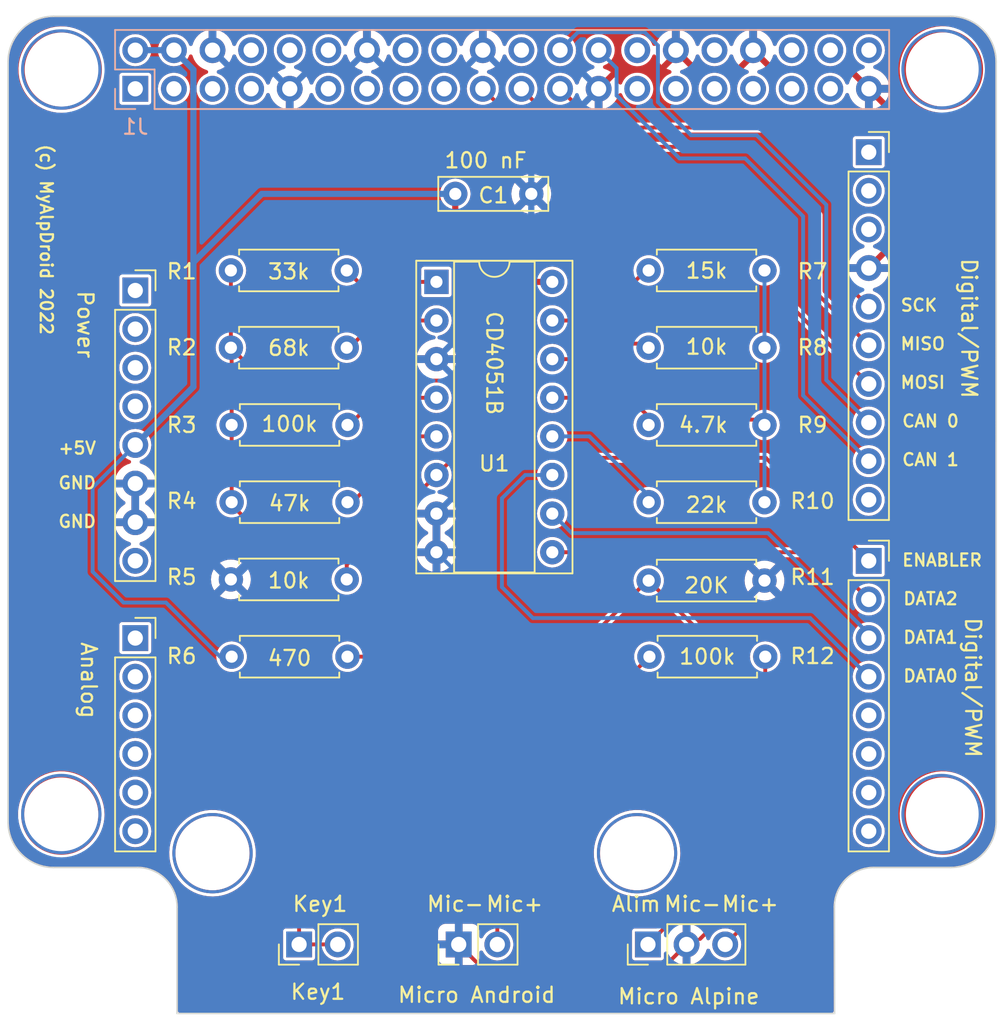
<source format=kicad_pcb>
(kicad_pcb (version 20211014) (generator pcbnew)
  (title_block (date "15 nov 2012"))
  (layers (0 "F.Cu" signal) (31 "B.Cu" signal) (34 "B.Paste" user) (35 "F.Paste" user) (36 "B.SilkS" user "B.Silkscreen") (37 "F.SilkS" user "F.Silkscreen") (38 "B.Mask" user) (39 "F.Mask" user) (44 "Edge.Cuts" user))
  (net 0 "")
  (net 1 "GND")
  (net 2 "/GPIO[2]{slash}SDA1")
  (net 3 "/GPIO[3]{slash}SCL1")
  (net 4 "/GPIO[4]{slash}GPCLK0")
  (net 5 "/GPIO[14]{slash}TXD0")
  (net 6 "/GPIO[15]{slash}RXD0")
  (net 7 "/GPIO[17]")
  (net 8 "/GPIO[18]{slash}PCM.CLK")
  (net 9 "/GPIO[27]")
  (net 10 "/GPIO[22]")
  (net 11 "/GPIO[24]")
  (net 12 "/ID_SDA")
  (net 14 "/GPIO[5]")
  (net 15 "/GPIO[6]")
  (net 16 "/GPIO[12]{slash}PWM0")
  (net 17 "/GPIO[13]{slash}PWM1")
  (net 18 "/GPIO[19]{slash}PCM.FS")
  (net 19 "/GPIO[16]")
  (net 20 "/GPIO[26]")
  (net 21 "/GPIO[20]{slash}PCM.DIN")
  (net 22 "/GPIO[21]{slash}PCM.DOUT")
  (net 23 "+5V")
  (net 25 "/IOREF")
  (net 26 "/Vin")
  (net 27 "/7")
  (net 29 "Net-(R8-Pad1)")
  (net 30 "Net-(R7-Pad1)")
  (net 32 "Net-(R9-Pad1)")
  (net 33 "Net-(R1-Pad1)")
  (net 35 "Net-(R2-Pad1)")
  (net 39 "/6 (Data 2)")
  (net 40 "/5 (Data 1)")
  (net 41 "/4 (Data 0)")
  (net 42 "Net-(Mic1-Pad1)")
  (net 43 "Net-(Mic1-Pad3)")
  (net 44 "Net-(R10-Pad1)")
  (net 45 "Net-(R3-Pad1)")
  (net 46 "Net-(R4-Pad1)")
  (net 47 "Net-(J2-Pad2)")
  (net 57 "Net-(J7-Pad1)")
  (net 58 "/GPIO[23]")
  (net 59 "/GPIO[25]")
  (net 63 "/11(MOSI)")
  (net 64 "/12(MISO)")
  (net 65 "/13(SCK)")
  (net 66 "/10(CS CAN 0)")
  (net 67 "/9(CS CAN 1)")
  (footprint "MountingHole:MountingHole_2.7mm_M2.5" (layer "F.Cu") (at 152.38 57.32)
    (fp_text reference "MH2" hide)
    (fp_text value "MountingHole_2.7mm_M2.5" hide)
    (pad "" np_thru_hole circle locked (at 0 0) (size 2.7 2.7) (drill 2.7) (layers *.Cu *.Mask))
  )
  (footprint "Connector_PinSocket_2.54mm:PinSocket_1x08_P2.54mm_Vertical" (layer "F.Cu") (at 99.25 71.853)
    (fp_text reference "J3" hide)
    (fp_text value "Power" (at -3.29 2.239 -90 unlocked) (layer "F.SilkS"))
    (fp_line (start 1.33 1.27) (end 1.33 19.11) (layer "F.SilkS") (width 0.12))
    (fp_line (start 1.33 -1.33) (end 1.33 0) (layer "F.SilkS") (width 0.12))
    (fp_line (start -1.33 19.11) (end 1.33 19.11) (layer "F.SilkS") (width 0.12))
    (fp_line (start -1.33 1.27) (end 1.33 1.27) (layer "F.SilkS") (width 0.12))
    (fp_line (start 0 -1.33) (end 1.33 -1.33) (layer "F.SilkS") (width 0.12))
    (fp_line (start -1.33 1.27) (end -1.33 19.11) (layer "F.SilkS") (width 0.12))
    (pad "1" thru_hole rect (at 0 0) (size 1.7 1.7) (drill 1) (layers *.Cu *.Mask))
    (pad "2" thru_hole oval (at 0 2.54) (size 1.7 1.7) (drill 1) (layers *.Cu *.Mask) (net 25 "/IOREF"))
    (pad "3" thru_hole oval (at 0 5.08) (size 1.7 1.7) (drill 1) (layers *.Cu *.Mask))
    (pad "4" thru_hole oval (at 0 7.62) (size 1.7 1.7) (drill 1) (layers *.Cu *.Mask))
    (pad "5" thru_hole oval (at 0 10.16) (size 1.7 1.7) (drill 1) (layers *.Cu *.Mask) (net 23 "+5V"))
    (pad "6" thru_hole oval (at 0 12.7) (size 1.7 1.7) (drill 1) (layers *.Cu *.Mask) (net 1 "GND"))
    (pad "7" thru_hole oval (at 0 15.24) (size 1.7 1.7) (drill 1) (layers *.Cu *.Mask) (net 1 "GND"))
    (pad "8" thru_hole oval (at 0 17.78) (size 1.7 1.7) (drill 1) (layers *.Cu *.Mask) (net 26 "/Vin"))
  )
  (footprint "Resistor_THT:R_Axial_DIN0207_L6.3mm_D2.5mm_P7.62mm_Horizontal" (layer "F.Cu") (at 113.158 70.536 180)
    (fp_text reference "R1" (at 10.858 -0.064) (layer "F.SilkS"))
    (fp_text value "33k" (at 3.81 -0.076) (layer "F.SilkS"))
    (fp_line (start 7.08 -1.37) (end 7.08 -1.04) (layer "F.SilkS") (width 0.12))
    (fp_line (start 0.54 -1.04) (end 0.54 -1.37) (layer "F.SilkS") (width 0.12))
    (fp_line (start 7.08 1.37) (end 7.08 1.04) (layer "F.SilkS") (width 0.12))
    (fp_line (start 0.54 1.04) (end 0.54 1.37) (layer "F.SilkS") (width 0.12))
    (fp_line (start 0.54 1.37) (end 7.08 1.37) (layer "F.SilkS") (width 0.12))
    (fp_line (start 0.54 -1.37) (end 7.08 -1.37) (layer "F.SilkS") (width 0.12))
    (pad "1" thru_hole circle (at 0 0 180) (size 1.6 1.6) (drill 0.8) (layers *.Cu *.Mask) (net 33 "Net-(R1-Pad1)"))
    (pad "2" thru_hole oval (at 7.62 0 180) (size 1.6 1.6) (drill 0.8) (layers *.Cu *.Mask) (net 57 "Net-(J7-Pad1)"))
  )
  (footprint "Resistor_THT:R_Axial_DIN0207_L6.3mm_D2.5mm_P7.62mm_Horizontal" (layer "F.Cu") (at 140.69 95.936 180)
    (fp_text reference "R12" (at -3.11 0.036) (layer "F.SilkS"))
    (fp_text value "100k" (at 3.81 0) (layer "F.SilkS"))
    (fp_line (start 7.08 -1.37) (end 7.08 -1.04) (layer "F.SilkS") (width 0.12))
    (fp_line (start 0.54 -1.37) (end 7.08 -1.37) (layer "F.SilkS") (width 0.12))
    (fp_line (start 0.54 1.04) (end 0.54 1.37) (layer "F.SilkS") (width 0.12))
    (fp_line (start 0.54 1.37) (end 7.08 1.37) (layer "F.SilkS") (width 0.12))
    (fp_line (start 0.54 -1.04) (end 0.54 -1.37) (layer "F.SilkS") (width 0.12))
    (fp_line (start 7.08 1.37) (end 7.08 1.04) (layer "F.SilkS") (width 0.12))
    (pad "1" thru_hole circle (at 0 0 180) (size 1.6 1.6) (drill 0.8) (layers *.Cu *.Mask) (net 43 "Net-(Mic1-Pad3)"))
    (pad "2" thru_hole oval (at 7.62 0 180) (size 1.6 1.6) (drill 0.8) (layers *.Cu *.Mask) (net 47 "Net-(J2-Pad2)"))
  )
  (footprint "MountingHole:MountingHole_2.7mm_M2.5" (layer "F.Cu") (at 104.33 108.86)
    (fp_text reference "MH3" hide)
    (fp_text value "MountingHole_2.7mm_M2.5" hide)
    (pad "" np_thru_hole circle locked (at 0 0) (size 2.7 2.7) (drill 2.7) (layers *.Cu *.Mask))
  )
  (footprint "Package_DIP:DIP-16_W7.62mm_Socket" (layer "F.Cu") (at 119.06 71.288)
    (fp_text reference "U1" hide)
    (fp_text value "CD4051B" (at 3.8 5.344 -90 unlocked) (layer "F.SilkS"))
    (fp_text user "${REFERENCE}" (at 3.8 11.948) (layer "F.SilkS"))
    (fp_line (start 1.16 19.11) (end 6.46 19.11) (layer "F.SilkS") (width 0.12))
    (fp_line (start 2.81 -1.33) (end 1.16 -1.33) (layer "F.SilkS") (width 0.12))
    (fp_line (start 8.95 19.17) (end 8.95 -1.39) (layer "F.SilkS") (width 0.12))
    (fp_line (start 8.95 -1.39) (end -1.33 -1.39) (layer "F.SilkS") (width 0.12))
    (fp_line (start 1.16 -1.33) (end 1.16 19.11) (layer "F.SilkS") (width 0.12))
    (fp_line (start -1.33 -1.39) (end -1.33 19.17) (layer "F.SilkS") (width 0.12))
    (fp_line (start -1.33 19.17) (end 8.95 19.17) (layer "F.SilkS") (width 0.12))
    (fp_line (start 6.46 -1.33) (end 4.81 -1.33) (layer "F.SilkS") (width 0.12))
    (fp_line (start 6.46 19.11) (end 6.46 -1.33) (layer "F.SilkS") (width 0.12))
    (fp_arc (start 4.81 -1.33) (mid 3.81 -0.33) (end 2.81 -1.33) (layer "F.SilkS") (width 0.12))
    (pad "1" thru_hole rect (at 0 0) (size 1.6 1.6) (drill 0.8) (layers *.Cu *.Mask) (net 33 "Net-(R1-Pad1)"))
    (pad "2" thru_hole oval (at 0 2.54) (size 1.6 1.6) (drill 0.8) (layers *.Cu *.Mask) (net 35 "Net-(R2-Pad1)"))
    (pad "3" thru_hole oval (at 0 5.08) (size 1.6 1.6) (drill 0.8) (layers *.Cu *.Mask) (net 1 "GND"))
    (pad "4" thru_hole oval (at 0 7.62) (size 1.6 1.6) (drill 0.8) (layers *.Cu *.Mask) (net 45 "Net-(R3-Pad1)"))
    (pad "5" thru_hole oval (at 0 10.16) (size 1.6 1.6) (drill 0.8) (layers *.Cu *.Mask) (net 46 "Net-(R4-Pad1)"))
    (pad "6" thru_hole oval (at 0 12.7) (size 1.6 1.6) (drill 0.8) (layers *.Cu *.Mask) (net 27 "/7"))
    (pad "7" thru_hole oval (at 0 15.24) (size 1.6 1.6) (drill 0.8) (layers *.Cu *.Mask) (net 1 "GND"))
    (pad "8" thru_hole oval (at 0 17.78) (size 1.6 1.6) (drill 0.8) (layers *.Cu *.Mask) (net 1 "GND"))
    (pad "9" thru_hole oval (at 7.62 17.78) (size 1.6 1.6) (drill 0.8) (layers *.Cu *.Mask) (net 39 "/6 (Data 2)"))
    (pad "10" thru_hole oval (at 7.62 15.24) (size 1.6 1.6) (drill 0.8) (layers *.Cu *.Mask) (net 40 "/5 (Data 1)"))
    (pad "11" thru_hole oval (at 7.62 12.7) (size 1.6 1.6) (drill 0.8) (layers *.Cu *.Mask) (net 41 "/4 (Data 0)"))
    (pad "12" thru_hole oval (at 7.62 10.16) (size 1.6 1.6) (drill 0.8) (layers *.Cu *.Mask) (net 44 "Net-(R10-Pad1)"))
    (pad "13" thru_hole oval (at 7.62 7.62) (size 1.6 1.6) (drill 0.8) (layers *.Cu *.Mask) (net 32 "Net-(R9-Pad1)"))
    (pad "14" thru_hole oval (at 7.62 5.08) (size 1.6 1.6) (drill 0.8) (layers *.Cu *.Mask) (net 29 "Net-(R8-Pad1)"))
    (pad "15" thru_hole oval (at 7.62 2.54) (size 1.6 1.6) (drill 0.8) (layers *.Cu *.Mask) (net 30 "Net-(R7-Pad1)"))
    (pad "16" thru_hole oval (at 7.62 0) (size 1.6 1.6) (drill 0.8) (layers *.Cu *.Mask) (net 23 "+5V"))
  )
  (footprint "Resistor_THT:R_Axial_DIN0207_L6.3mm_D2.5mm_P7.62mm_Horizontal" (layer "F.Cu") (at 133.02 70.536)
    (fp_text reference "R7" (at 10.78 0.064) (layer "F.SilkS"))
    (fp_text value "15k" (at 3.81 0.02) (layer "F.SilkS"))
    (fp_line (start 0.54 -1.04) (end 0.54 -1.37) (layer "F.SilkS") (width 0.12))
    (fp_line (start 7.08 -1.37) (end 7.08 -1.04) (layer "F.SilkS") (width 0.12))
    (fp_line (start 7.08 1.37) (end 7.08 1.04) (layer "F.SilkS") (width 0.12))
    (fp_line (start 0.54 1.04) (end 0.54 1.37) (layer "F.SilkS") (width 0.12))
    (fp_line (start 0.54 1.37) (end 7.08 1.37) (layer "F.SilkS") (width 0.12))
    (fp_line (start 0.54 -1.37) (end 7.08 -1.37) (layer "F.SilkS") (width 0.12))
    (pad "1" thru_hole circle (at 0 0) (size 1.6 1.6) (drill 0.8) (layers *.Cu *.Mask) (net 30 "Net-(R7-Pad1)"))
    (pad "2" thru_hole oval (at 7.62 0) (size 1.6 1.6) (drill 0.8) (layers *.Cu *.Mask) (net 57 "Net-(J7-Pad1)"))
  )
  (footprint "Connector_PinSocket_2.54mm:PinSocket_1x10_P2.54mm_Vertical" (layer "F.Cu") (at 147.498 62.758)
    (fp_text reference "J5" hide)
    (fp_text value "Digital/PWM" (at 6.604 11.588 -90 unlocked) (layer "F.SilkS"))
    (fp_line (start 1.33 -1.33) (end 1.33 0) (layer "F.SilkS") (width 0.12))
    (fp_line (start 0 -1.33) (end 1.33 -1.33) (layer "F.SilkS") (width 0.12))
    (fp_line (start -1.33 1.27) (end 1.33 1.27) (layer "F.SilkS") (width 0.12))
    (fp_line (start 1.33 1.27) (end 1.33 24.19) (layer "F.SilkS") (width 0.12))
    (fp_line (start -1.33 1.27) (end -1.33 24.19) (layer "F.SilkS") (width 0.12))
    (fp_line (start -1.33 24.19) (end 1.33 24.19) (layer "F.SilkS") (width 0.12))
    (pad "1" thru_hole rect (at 0 0) (size 1.7 1.7) (drill 1) (layers *.Cu *.Mask))
    (pad "2" thru_hole oval (at 0 2.54) (size 1.7 1.7) (drill 1) (layers *.Cu *.Mask))
    (pad "3" thru_hole oval (at 0 5.08) (size 1.7 1.7) (drill 1) (layers *.Cu *.Mask))
    (pad "4" thru_hole oval (at 0 7.62) (size 1.7 1.7) (drill 1) (layers *.Cu *.Mask) (net 1 "GND"))
    (pad "5" thru_hole oval (at 0 10.16) (size 1.7 1.7) (drill 1) (layers *.Cu *.Mask) (net 65 "/13(SCK)"))
    (pad "6" thru_hole oval (at 0 12.7) (size 1.7 1.7) (drill 1) (layers *.Cu *.Mask) (net 64 "/12(MISO)"))
    (pad "7" thru_hole oval (at 0 15.24) (size 1.7 1.7) (drill 1) (layers *.Cu *.Mask) (net 63 "/11(MOSI)"))
    (pad "8" thru_hole oval (at 0 17.78) (size 1.7 1.7) (drill 1) (layers *.Cu *.Mask) (net 66 "/10(CS CAN 0)"))
    (pad "9" thru_hole oval (at 0 20.32) (size 1.7 1.7) (drill 1) (layers *.Cu *.Mask) (net 67 "/9(CS CAN 1)"))
    (pad "10" thru_hole oval (at 0 22.86) (size 1.7 1.7) (drill 1) (layers *.Cu *.Mask))
  )
  (footprint "Resistor_THT:R_Axial_DIN0207_L6.3mm_D2.5mm_P7.62mm_Horizontal" (layer "F.Cu") (at 133.02 75.616)
    (fp_text reference "R8" (at 10.78 -0.016) (layer "F.SilkS"))
    (fp_text value "10k" (at 3.81 -0.06) (layer "F.SilkS"))
    (fp_line (start 7.08 1.37) (end 7.08 1.04) (layer "F.SilkS") (width 0.12))
    (fp_line (start 0.54 -1.04) (end 0.54 -1.37) (layer "F.SilkS") (width 0.12))
    (fp_line (start 0.54 -1.37) (end 7.08 -1.37) (layer "F.SilkS") (width 0.12))
    (fp_line (start 7.08 -1.37) (end 7.08 -1.04) (layer "F.SilkS") (width 0.12))
    (fp_line (start 0.54 1.04) (end 0.54 1.37) (layer "F.SilkS") (width 0.12))
    (fp_line (start 0.54 1.37) (end 7.08 1.37) (layer "F.SilkS") (width 0.12))
    (pad "1" thru_hole circle (at 0 0) (size 1.6 1.6) (drill 0.8) (layers *.Cu *.Mask) (net 29 "Net-(R8-Pad1)"))
    (pad "2" thru_hole oval (at 7.62 0) (size 1.6 1.6) (drill 0.8) (layers *.Cu *.Mask) (net 57 "Net-(J7-Pad1)"))
  )
  (footprint "Resistor_THT:R_Axial_DIN0207_L6.3mm_D2.5mm_P7.62mm_Horizontal" (layer "F.Cu") (at 105.538 90.856)
    (fp_text reference "R5" (at -3.238 -0.156) (layer "F.SilkS"))
    (fp_text value "10k" (at 3.81 0.076) (layer "F.SilkS"))
    (fp_line (start 7.08 -1.37) (end 7.08 -1.04) (layer "F.SilkS") (width 0.12))
    (fp_line (start 7.08 1.37) (end 7.08 1.04) (layer "F.SilkS") (width 0.12))
    (fp_line (start 0.54 1.37) (end 7.08 1.37) (layer "F.SilkS") (width 0.12))
    (fp_line (start 0.54 -1.04) (end 0.54 -1.37) (layer "F.SilkS") (width 0.12))
    (fp_line (start 0.54 -1.37) (end 7.08 -1.37) (layer "F.SilkS") (width 0.12))
    (fp_line (start 0.54 1.04) (end 0.54 1.37) (layer "F.SilkS") (width 0.12))
    (pad "1" thru_hole circle (at 0 0) (size 1.6 1.6) (drill 0.8) (layers *.Cu *.Mask) (net 1 "GND"))
    (pad "2" thru_hole oval (at 7.62 0) (size 1.6 1.6) (drill 0.8) (layers *.Cu *.Mask) (net 27 "/7"))
  )
  (footprint "MountingHole:MountingHole_2.7mm_M2.5" (layer "F.Cu") (at 132.258 108.86)
    (fp_text reference "MH3" hide)
    (fp_text value "MountingHole_2.7mm_M2.5" hide)
    (pad "" np_thru_hole circle locked (at 0 0) (size 2.7 2.7) (drill 2.7) (layers *.Cu *.Mask))
  )
  (footprint "Connector_PinHeader_2.54mm:PinHeader_1x02_P2.54mm_Vertical" (layer "F.Cu") (at 110.025 114.86 90)
    (fp_text reference "J7" hide)
    (fp_text value "Key1" (at -3.12 1.24) (layer "F.SilkS"))
    (fp_line (start -1.33 -1.33) (end 0 -1.33) (layer "F.SilkS") (width 0.12))
    (fp_line (start -1.33 0) (end -1.33 -1.33) (layer "F.SilkS") (width 0.12))
    (fp_line (start -1.33 1.27) (end 1.33 1.27) (layer "F.SilkS") (width 0.12))
    (fp_line (start -1.33 3.87) (end 1.33 3.87) (layer "F.SilkS") (width 0.12))
    (fp_line (start 1.33 1.27) (end 1.33 3.87) (layer "F.SilkS") (width 0.12))
    (fp_line (start -1.33 1.27) (end -1.33 3.87) (layer "F.SilkS") (width 0.12))
    (pad "1" thru_hole rect (at 0 0 90) (size 1.7 1.7) (drill 1) (layers *.Cu *.Mask) (net 57 "Net-(J7-Pad1)"))
    (pad "2" thru_hole oval (at 0 2.54 90) (size 1.7 1.7) (drill 1) (layers *.Cu *.Mask) (net 57 "Net-(J7-Pad1)"))
  )
  (footprint "Resistor_THT:R_Axial_DIN0207_L6.3mm_D2.5mm_P7.62mm_Horizontal" (layer "F.Cu") (at 133.02 85.776)
    (fp_text reference "R10" (at 10.78 -0.076) (layer "F.SilkS"))
    (fp_text value "22k" (at 3.81 0.174) (layer "F.SilkS"))
    (fp_line (start 7.08 -1.37) (end 7.08 -1.04) (layer "F.SilkS") (width 0.12))
    (fp_line (start 0.54 1.37) (end 7.08 1.37) (layer "F.SilkS") (width 0.12))
    (fp_line (start 0.54 -1.37) (end 7.08 -1.37) (layer "F.SilkS") (width 0.12))
    (fp_line (start 0.54 1.04) (end 0.54 1.37) (layer "F.SilkS") (width 0.12))
    (fp_line (start 0.54 -1.04) (end 0.54 -1.37) (layer "F.SilkS") (width 0.12))
    (fp_line (start 7.08 1.37) (end 7.08 1.04) (layer "F.SilkS") (width 0.12))
    (pad "1" thru_hole circle (at 0 0) (size 1.6 1.6) (drill 0.8) (layers *.Cu *.Mask) (net 44 "Net-(R10-Pad1)"))
    (pad "2" thru_hole oval (at 7.62 0) (size 1.6 1.6) (drill 0.8) (layers *.Cu *.Mask) (net 57 "Net-(J7-Pad1)"))
  )
  (footprint "Resistor_THT:R_Axial_DIN0207_L6.3mm_D2.5mm_P7.62mm_Horizontal" (layer "F.Cu") (at 113.158 75.616 180)
    (fp_text reference "R2" (at 10.858 0.016) (layer "F.SilkS"))
    (fp_text value "68k" (at 3.81 -0.02) (layer "F.SilkS"))
    (fp_line (start 0.54 -1.04) (end 0.54 -1.37) (layer "F.SilkS") (width 0.12))
    (fp_line (start 0.54 1.37) (end 7.08 1.37) (layer "F.SilkS") (width 0.12))
    (fp_line (start 7.08 1.37) (end 7.08 1.04) (layer "F.SilkS") (width 0.12))
    (fp_line (start 0.54 1.04) (end 0.54 1.37) (layer "F.SilkS") (width 0.12))
    (fp_line (start 7.08 -1.37) (end 7.08 -1.04) (layer "F.SilkS") (width 0.12))
    (fp_line (start 0.54 -1.37) (end 7.08 -1.37) (layer "F.SilkS") (width 0.12))
    (pad "1" thru_hole circle (at 0 0 180) (size 1.6 1.6) (drill 0.8) (layers *.Cu *.Mask) (net 35 "Net-(R2-Pad1)"))
    (pad "2" thru_hole oval (at 7.62 0 180) (size 1.6 1.6) (drill 0.8) (layers *.Cu *.Mask) (net 57 "Net-(J7-Pad1)"))
  )
  (footprint "MountingHole:MountingHole_2.7mm_M2.5" (layer "F.Cu") (at 94.38 106.32)
    (fp_text reference "MH3" hide)
    (fp_text value "MountingHole_2.7mm_M2.5" hide)
    (pad "" np_thru_hole circle locked (at 0 0) (size 2.7 2.7) (drill 2.7) (layers *.Cu *.Mask))
  )
  (footprint "Capacitor_THT:C_Rect_L7.0mm_W2.0mm_P5.00mm" (layer "F.Cu") (at 120.3 65.5)
    (fp_text reference "C1" (at 2.5 0.100007) (layer "F.SilkS"))
    (fp_text value "100 nF" (at 2.000013 -2.199993) (layer "F.SilkS"))
    (fp_line (start -1.12 -1.12) (end 6.12 -1.12) (layer "F.SilkS") (width 0.12))
    (fp_line (start -1.12 -1.12) (end -1.12 1.12) (layer "F.SilkS") (width 0.12))
    (fp_line (start -1.12 1.12) (end 6.12 1.12) (layer "F.SilkS") (width 0.12))
    (fp_line (start 6.12 -1.12) (end 6.12 1.12) (layer "F.SilkS") (width 0.12))
    (pad "1" thru_hole circle (at 0 0) (size 1.6 1.6) (drill 0.8) (layers *.Cu *.Mask) (net 23 "+5V"))
    (pad "2" thru_hole circle (at 5 0) (size 1.6 1.6) (drill 0.8) (layers *.Cu *.Mask) (net 1 "GND"))
  )
  (footprint "Resistor_THT:R_Axial_DIN0207_L6.3mm_D2.5mm_P7.62mm_Horizontal" (layer "F.Cu") (at 140.64 90.932 180)
    (fp_text reference "R11" (at -3.16 0.232) (layer "F.SilkS"))
    (fp_text value "20K" (at 3.81 -0.32) (layer "F.SilkS"))
    (fp_line (start 0.54 -1.04) (end 0.54 -1.37) (layer "F.SilkS") (width 0.12))
    (fp_line (start 7.08 -1.37) (end 7.08 -1.04) (layer "F.SilkS") (width 0.12))
    (fp_line (start 7.08 1.37) (end 7.08 1.04) (layer "F.SilkS") (width 0.12))
    (fp_line (start 0.54 1.04) (end 0.54 1.37) (layer "F.SilkS") (width 0.12))
    (fp_line (start 0.54 -1.37) (end 7.08 -1.37) (layer "F.SilkS") (width 0.12))
    (fp_line (start 0.54 1.37) (end 7.08 1.37) (layer "F.SilkS") (width 0.12))
    (pad "1" thru_hole circle (at 0 0 180) (size 1.6 1.6) (drill 0.8) (layers *.Cu *.Mask) (net 1 "GND"))
    (pad "2" thru_hole oval (at 7.62 0 180) (size 1.6 1.6) (drill 0.8) (layers *.Cu *.Mask) (net 42 "Net-(Mic1-Pad1)"))
  )
  (footprint "Resistor_THT:R_Axial_DIN0207_L6.3mm_D2.5mm_P7.62mm_Horizontal" (layer "F.Cu") (at 133.02 80.696)
    (fp_text reference "R9" (at 10.78 0.004) (layer "F.SilkS"))
    (fp_text value "4.7k" (at 3.59 0) (layer "F.SilkS"))
    (fp_line (start 0.54 1.37) (end 7.08 1.37) (layer "F.SilkS") (width 0.12))
    (fp_line (start 0.54 -1.37) (end 7.08 -1.37) (layer "F.SilkS") (width 0.12))
    (fp_line (start 7.08 1.37) (end 7.08 1.04) (layer "F.SilkS") (width 0.12))
    (fp_line (start 0.54 -1.04) (end 0.54 -1.37) (layer "F.SilkS") (width 0.12))
    (fp_line (start 0.54 1.04) (end 0.54 1.37) (layer "F.SilkS") (width 0.12))
    (fp_line (start 7.08 -1.37) (end 7.08 -1.04) (layer "F.SilkS") (width 0.12))
    (pad "1" thru_hole circle (at 0 0) (size 1.6 1.6) (drill 0.8) (layers *.Cu *.Mask) (net 32 "Net-(R9-Pad1)"))
    (pad "2" thru_hole oval (at 7.62 0) (size 1.6 1.6) (drill 0.8) (layers *.Cu *.Mask) (net 57 "Net-(J7-Pad1)"))
  )
  (footprint "Connector_PinSocket_2.54mm:PinSocket_1x06_P2.54mm_Vertical" (layer "F.Cu") (at 99.25 94.713)
    (fp_text reference "J4" hide)
    (fp_text value "Analog" (at -3.06 2.779 -90 unlocked) (layer "F.SilkS"))
    (fp_line (start 1.33 -1.33) (end 1.33 0) (layer "F.SilkS") (width 0.12))
    (fp_line (start 1.33 1.27) (end 1.33 14.03) (layer "F.SilkS") (width 0.12))
    (fp_line (start -1.33 14.03) (end 1.33 14.03) (layer "F.SilkS") (width 0.12))
    (fp_line (start 0 -1.33) (end 1.33 -1.33) (layer "F.SilkS") (width 0.12))
    (fp_line (start -1.33 1.27) (end 1.33 1.27) (layer "F.SilkS") (width 0.12))
    (fp_line (start -1.33 1.27) (end -1.33 14.03) (layer "F.SilkS") (width 0.12))
    (pad "1" thru_hole rect (at 0 0) (size 1.7 1.7) (drill 1) (layers *.Cu *.Mask))
    (pad "2" thru_hole oval (at 0 2.54) (size 1.7 1.7) (drill 1) (layers *.Cu *.Mask))
    (pad "3" thru_hole oval (at 0 5.08) (size 1.7 1.7) (drill 1) (layers *.Cu *.Mask))
    (pad "4" thru_hole oval (at 0 7.62) (size 1.7 1.7) (drill 1) (layers *.Cu *.Mask))
    (pad "5" thru_hole oval (at 0 10.16) (size 1.7 1.7) (drill 1) (layers *.Cu *.Mask))
    (pad "6" thru_hole oval (at 0 12.7) (size 1.7 1.7) (drill 1) (layers *.Cu *.Mask))
  )
  (footprint "Resistor_THT:R_Axial_DIN0207_L6.3mm_D2.5mm_P7.62mm_Horizontal" (layer "F.Cu") (at 113.208 85.776 180)
    (fp_text reference "R4" (at 10.908 0.076) (layer "F.SilkS"))
    (fp_text value "47k" (at 3.81 -0.076) (layer "F.SilkS"))
    (fp_line (start 0.54 1.04) (end 0.54 1.37) (layer "F.SilkS") (width 0.12))
    (fp_line (start 0.54 -1.04) (end 0.54 -1.37) (layer "F.SilkS") (width 0.12))
    (fp_line (start 0.54 1.37) (end 7.08 1.37) (layer "F.SilkS") (width 0.12))
    (fp_line (start 7.08 -1.37) (end 7.08 -1.04) (layer "F.SilkS") (width 0.12))
    (fp_line (start 7.08 1.37) (end 7.08 1.04) (layer "F.SilkS") (width 0.12))
    (fp_line (start 0.54 -1.37) (end 7.08 -1.37) (layer "F.SilkS") (width 0.12))
    (pad "1" thru_hole circle (at 0 0 180) (size 1.6 1.6) (drill 0.8) (layers *.Cu *.Mask) (net 46 "Net-(R4-Pad1)"))
    (pad "2" thru_hole oval (at 7.62 0 180) (size 1.6 1.6) (drill 0.8) (layers *.Cu *.Mask) (net 57 "Net-(J7-Pad1)"))
  )
  (footprint "Resistor_THT:R_Axial_DIN0207_L6.3mm_D2.5mm_P7.62mm_Horizontal" (layer "F.Cu") (at 113.208 80.696 180)
    (fp_text reference "R3" (at 10.908 -0.004) (layer "F.SilkS"))
    (fp_text value "100k" (at 3.81 0.06) (layer "F.SilkS"))
    (fp_line (start 0.54 1.04) (end 0.54 1.37) (layer "F.SilkS") (width 0.12))
    (fp_line (start 0.54 -1.37) (end 7.08 -1.37) (layer "F.SilkS") (width 0.12))
    (fp_line (start 7.08 1.37) (end 7.08 1.04) (layer "F.SilkS") (width 0.12))
    (fp_line (start 0.54 1.37) (end 7.08 1.37) (layer "F.SilkS") (width 0.12))
    (fp_line (start 7.08 -1.37) (end 7.08 -1.04) (layer "F.SilkS") (width 0.12))
    (fp_line (start 0.54 -1.04) (end 0.54 -1.37) (layer "F.SilkS") (width 0.12))
    (pad "1" thru_hole circle (at 0 0 180) (size 1.6 1.6) (drill 0.8) (layers *.Cu *.Mask) (net 45 "Net-(R3-Pad1)"))
    (pad "2" thru_hole oval (at 7.62 0 180) (size 1.6 1.6) (drill 0.8) (layers *.Cu *.Mask) (net 57 "Net-(J7-Pad1)"))
  )
  (footprint "MountingHole:MountingHole_2.7mm_M2.5" (layer "F.Cu") (at 152.38 106.32)
    (fp_text reference "MH4" hide)
    (fp_text value "MountingHole_2.7mm_M2.5" hide)
    (pad "" np_thru_hole circle locked (at 0 0) (size 2.7 2.7) (drill 2.7) (layers *.Cu *.Mask))
  )
  (footprint "Resistor_THT:R_Axial_DIN0207_L6.3mm_D2.5mm_P7.62mm_Horizontal" (layer "F.Cu") (at 105.588 95.936)
    (fp_text reference "R6" (at -3.288 -0.036) (layer "F.SilkS"))
    (fp_text value "470" (at 3.81 0.1) (layer "F.SilkS"))
    (fp_line (start 0.54 -1.04) (end 0.54 -1.37) (layer "F.SilkS") (width 0.12))
    (fp_line (start 0.54 1.37) (end 7.08 1.37) (layer "F.SilkS") (width 0.12))
    (fp_line (start 0.54 -1.37) (end 7.08 -1.37) (layer "F.SilkS") (width 0.12))
    (fp_line (start 7.08 -1.37) (end 7.08 -1.04) (layer "F.SilkS") (width 0.12))
    (fp_line (start 7.08 1.37) (end 7.08 1.04) (layer "F.SilkS") (width 0.12))
    (fp_line (start 0.54 1.04) (end 0.54 1.37) (layer "F.SilkS") (width 0.12))
    (pad "1" thru_hole circle (at 0 0) (size 1.6 1.6) (drill 0.8) (layers *.Cu *.Mask) (net 23 "+5V"))
    (pad "2" thru_hole oval (at 7.62 0) (size 1.6 1.6) (drill 0.8) (layers *.Cu *.Mask) (net 42 "Net-(Mic1-Pad1)"))
  )
  (footprint "Connector_PinSocket_2.54mm:PinSocket_1x08_P2.54mm_Vertical" (layer "F.Cu") (at 147.498 89.633)
    (fp_text reference "J6" hide)
    (fp_text value "Digital/PWM" (at 6.858 8.335 -90 unlocked) (layer "F.SilkS"))
    (fp_line (start 0 -1.33) (end 1.33 -1.33) (layer "F.SilkS") (width 0.12))
    (fp_line (start -1.33 1.27) (end 1.33 1.27) (layer "F.SilkS") (width 0.12))
    (fp_line (start 1.33 1.27) (end 1.33 19.11) (layer "F.SilkS") (width 0.12))
    (fp_line (start -1.33 1.27) (end -1.33 19.11) (layer "F.SilkS") (width 0.12))
    (fp_line (start 1.33 -1.33) (end 1.33 0) (layer "F.SilkS") (width 0.12))
    (fp_line (start -1.33 19.11) (end 1.33 19.11) (layer "F.SilkS") (width 0.12))
    (pad "1" thru_hole rect (at 0 0) (size 1.7 1.7) (drill 1) (layers *.Cu *.Mask) (net 27 "/7"))
    (pad "2" thru_hole oval (at 0 2.54) (size 1.7 1.7) (drill 1) (layers *.Cu *.Mask) (net 39 "/6 (Data 2)"))
    (pad "3" thru_hole oval (at 0 5.08) (size 1.7 1.7) (drill 1) (layers *.Cu *.Mask) (net 40 "/5 (Data 1)"))
    (pad "4" thru_hole oval (at 0 7.62) (size 1.7 1.7) (drill 1) (layers *.Cu *.Mask) (net 41 "/4 (Data 0)"))
    (pad "5" thru_hole oval (at 0 10.16) (size 1.7 1.7) (drill 1) (layers *.Cu *.Mask))
    (pad "6" thru_hole oval (at 0 12.7) (size 1.7 1.7) (drill 1) (layers *.Cu *.Mask))
    (pad "7" thru_hole oval (at 0 15.24) (size 1.7 1.7) (drill 1) (layers *.Cu *.Mask))
    (pad "8" thru_hole oval (at 0 17.78) (size 1.7 1.7) (drill 1) (layers *.Cu *.Mask))
  )
  (footprint "Connector_PinHeader_2.54mm:PinHeader_1x02_P2.54mm_Vertical" (layer "F.Cu") (at 120.525 114.86 90)
    (fp_text reference "J2" hide)
    (fp_text value "Micro Android" (at -3.32 1.18) (layer "F.SilkS"))
    (fp_line (start -1.33 3.87) (end 1.33 3.87) (layer "F.SilkS") (width 0.12))
    (fp_line (start -1.33 1.27) (end 1.33 1.27) (layer "F.SilkS") (width 0.12))
    (fp_line (start -1.33 0) (end -1.33 -1.33) (layer "F.SilkS") (width 0.12))
    (fp_line (start 1.33 1.27) (end 1.33 3.87) (layer "F.SilkS") (width 0.12))
    (fp_line (start -1.33 1.27) (end -1.33 3.87) (layer "F.SilkS") (width 0.12))
    (fp_line (start -1.33 -1.33) (end 0 -1.33) (layer "F.SilkS") (width 0.12))
    (pad "1" thru_hole rect (at 0 0 90) (size 1.7 1.7) (drill 1) (layers *.Cu *.Mask) (net 1 "GND"))
    (pad "2" thru_hole oval (at 0 2.54 90) (size 1.7 1.7) (drill 1) (layers *.Cu *.Mask) (net 47 "Net-(J2-Pad2)"))
  )
  (footprint "Connector_PinHeader_2.54mm:PinHeader_1x03_P2.54mm_Vertical" (layer "F.Cu") (at 132.975 114.86 90)
    (fp_text reference "Mic1" hide)
    (fp_text value "Micro Alpine" (at -3.42 2.68) (layer "F.SilkS"))
    (fp_line (start -1.33 0) (end -1.33 -1.33) (layer "F.SilkS") (width 0.12))
    (fp_line (start -1.33 1.27) (end -1.33 6.41) (layer "F.SilkS") (width 0.12))
    (fp_line (start 1.33 1.27) (end 1.33 6.41) (layer "F.SilkS") (width 0.12))
    (fp_line (start -1.33 6.41) (end 1.33 6.41) (layer "F.SilkS") (width 0.12))
    (fp_line (start -1.33 1.27) (end 1.33 1.27) (layer "F.SilkS") (width 0.12))
    (fp_line (start -1.33 -1.33) (end 0 -1.33) (layer "F.SilkS") (width 0.12))
    (pad "1" thru_hole rect (at 0 0 90) (size 1.7 1.7) (drill 1) (layers *.Cu *.Mask) (net 42 "Net-(Mic1-Pad1)"))
    (pad "2" thru_hole oval (at 0 2.54 90) (size 1.7 1.7) (drill 1) (layers *.Cu *.Mask) (net 1 "GND"))
    (pad "3" thru_hole oval (at 0 5.08 90) (size 1.7 1.7) (drill 1) (layers *.Cu *.Mask) (net 43 "Net-(Mic1-Pad3)"))
  )
  (footprint "Connector_PinSocket_2.54mm:PinSocket_2x20_P2.54mm_Vertical" (layer "B.Cu") (at 99.25 58.59 -90)
    (fp_text reference "J1" (at 2.5 0) (layer "B.SilkS") (effects (justify mirror)))
    (fp_text value "GPIO")
    (fp_line (start 1.33 -1.27) (end 1.33 -49.59) (layer "B.SilkS") (width 0.12))
    (fp_line (start -1.27 -1.27) (end 1.33 -1.27) (layer "B.SilkS") (width 0.12))
    (fp_line (start -3.87 1.33) (end -3.87 -49.59) (layer "B.SilkS") (width 0.12))
    (fp_line (start -3.87 -49.59) (end 1.33 -49.59) (layer "B.SilkS") (width 0.12))
    (fp_line (start 0 1.33) (end 1.33 1.33) (layer "B.SilkS") (width 0.12))
    (fp_line (start -3.87 1.33) (end -1.27 1.33) (layer "B.SilkS") (width 0.12))
    (fp_line (start 1.33 1.33) (end 1.33 0) (layer "B.SilkS") (width 0.12))
    (fp_line (start -1.27 1.33) (end -1.27 -1.27) (layer "B.SilkS") (width 0.12))
    (pad "1" thru_hole rect locked (at 0 0 270) (size 1.7 1.7) (drill 1) (layers *.Cu *.Mask))
    (pad "2" thru_hole oval locked (at -2.54 0 270) (size 1.7 1.7) (drill 1) (layers *.Cu *.Mask) (net 23 "+5V"))
    (pad "3" thru_hole oval locked (at 0 -2.54 270) (size 1.7 1.7) (drill 1) (layers *.Cu *.Mask) (net 2 "/GPIO[2]{slash}SDA1"))
    (pad "4" thru_hole oval locked (at -2.54 -2.54 270) (size 1.7 1.7) (drill 1) (layers *.Cu *.Mask) (net 23 "+5V"))
    (pad "5" thru_hole oval locked (at 0 -5.08 270) (size 1.7 1.7) (drill 1) (layers *.Cu *.Mask) (net 3 "/GPIO[3]{slash}SCL1"))
    (pad "6" thru_hole oval locked (at -2.54 -5.08 270) (size 1.7 1.7) (drill 1) (layers *.Cu *.Mask) (net 1 "GND"))
    (pad "7" thru_hole oval locked (at 0 -7.62 270) (size 1.7 1.7) (drill 1) (layers *.Cu *.Mask) (net 4 "/GPIO[4]{slash}GPCLK0"))
    (pad "8" thru_hole oval locked (at -2.54 -7.62 270) (size 1.7 1.7) (drill 1) (layers *.Cu *.Mask) (net 5 "/GPIO[14]{slash}TXD0"))
    (pad "9" thru_hole oval locked (at 0 -10.16 270) (size 1.7 1.7) (drill 1) (layers *.Cu *.Mask) (net 1 "GND"))
    (pad "10" thru_hole oval locked (at -2.54 -10.16 270) (size 1.7 1.7) (drill 1) (layers *.Cu *.Mask) (net 6 "/GPIO[15]{slash}RXD0"))
    (pad "11" thru_hole oval locked (at 0 -12.7 270) (size 1.7 1.7) (drill 1) (layers *.Cu *.Mask) (net 7 "/GPIO[17]"))
    (pad "12" thru_hole oval locked (at -2.54 -12.7 270) (size 1.7 1.7) (drill 1) (layers *.Cu *.Mask) (net 8 "/GPIO[18]{slash}PCM.CLK"))
    (pad "13" thru_hole oval locked (at 0 -15.24 270) (size 1.7 1.7) (drill 1) (layers *.Cu *.Mask) (net 9 "/GPIO[27]"))
    (pad "14" thru_hole oval locked (at -2.54 -15.24 270) (size 1.7 1.7) (drill 1) (layers *.Cu *.Mask) (net 1 "GND"))
    (pad "15" thru_hole oval locked (at 0 -17.78 270) (size 1.7 1.7) (drill 1) (layers *.Cu *.Mask) (net 10 "/GPIO[22]"))
    (pad "16" thru_hole oval locked (at -2.54 -17.78 270) (size 1.7 1.7) (drill 1) (layers *.Cu *.Mask) (net 58 "/GPIO[23]"))
    (pad "17" thru_hole oval locked (at 0 -20.32 270) (size 1.7 1.7) (drill 1) (layers *.Cu *.Mask))
    (pad "18" thru_hole oval locked (at -2.54 -20.32 270) (size 1.7 1.7) (drill 1) (layers *.Cu *.Mask) (net 11 "/GPIO[24]"))
    (pad "19" thru_hole oval locked (at 0 -22.86 270) (size 1.7 1.7) (drill 1) (layers *.Cu *.Mask) (net 63 "/11(MOSI)"))
    (pad "20" thru_hole oval locked (at -2.54 -22.86 270) (size 1.7 1.7) (drill 1) (layers *.Cu *.Mask) (net 1 "GND"))
    (pad "21" thru_hole oval locked (at 0 -25.4 270) (size 1.7 1.7) (drill 1) (layers *.Cu *.Mask) (net 64 "/12(MISO)"))
    (pad "22" thru_hole oval locked (at -2.54 -25.4 270) (size 1.7 1.7) (drill 1) (layers *.Cu *.Mask) (net 59 "/GPIO[25]"))
    (pad "23" thru_hole oval locked (at 0 -27.94 270) (size 1.7 1.7) (drill 1) (layers *.Cu *.Mask) (net 65 "/13(SCK)"))
    (pad "24" thru_hole oval locked (at -2.54 -27.94 270) (size 1.7 1.7) (drill 1) (layers *.Cu *.Mask) (net 66 "/10(CS CAN 0)"))
    (pad "25" thru_hole oval locked (at 0 -30.48 270) (size 1.7 1.7) (drill 1) (layers *.Cu *.Mask) (net 1 "GND"))
    (pad "26" thru_hole oval locked (at -2.54 -30.48 270) (size 1.7 1.7) (drill 1) (layers *.Cu *.Mask) (net 67 "/9(CS CAN 1)"))
    (pad "27" thru_hole oval locked (at 0 -33.02 270) (size 1.7 1.7) (drill 1) (layers *.Cu *.Mask) (net 12 "/ID_SDA"))
    (pad "28" thru_hole oval locked (at -2.54 -33.02 270) (size 1.7 1.7) (drill 1) (layers *.Cu *.Mask))
    (pad "29" thru_hole oval locked (at 0 -35.56 270) (size 1.7 1.7) (drill 1) (layers *.Cu *.Mask) (net 14 "/GPIO[5]"))
    (pad "30" thru_hole oval locked (at -2.54 -35.56 270) (size 1.7 1.7) (drill 1) (layers *.Cu *.Mask) (net 1 "GND"))
    (pad "31" thru_hole oval locked (at 0 -38.1 270) (size 1.7 1.7) (drill 1) (layers *.Cu *.Mask) (net 15 "/GPIO[6]"))
    (pad "32" thru_hole oval locked (at -2.54 -38.1 270) (size 1.7 1.7) (drill 1) (layers *.Cu *.Mask) (net 16 "/GPIO[12]{slash}PWM0"))
    (pad "33" thru_hole oval locked (at 0 -40.64 270) (size 1.7 1.7) (drill 1) (layers *.Cu *.Mask) (net 17 "/GPIO[13]{slash}PWM1"))
    (pad "34" thru_hole oval locked (at -2.54 -40.64 270) (size 1.7 1.7) (drill 1) (layers *.Cu *.Mask) (net 1 "GND"))
    (pad "35" thru_hole oval locked (at 0 -43.18 270) (size 1.7 1.7) (drill 1) (layers *.Cu *.Mask) (net 18 "/GPIO[19]{slash}PCM.FS"))
    (pad "36" thru_hole oval locked (at -2.54 -43.18 270) (size 1.7 1.7) (drill 1) (layers *.Cu *.Mask) (net 19 "/GPIO[16]"))
    (pad "37" thru_hole oval locked (at 0 -45.72 270) (size 1.7 1.7) (drill 1) (layers *.Cu *.Mask) (net 20 "/GPIO[26]"))
    (pad "38" thru_hole oval locked (at -2.54 -45.72 270) (size 1.7 1.7) (drill 1) (layers *.Cu *.Mask) (net 21 "/GPIO[20]{slash}PCM.DIN"))
    (pad "39" thru_hole oval locked (at 0 -48.26 270) (size 1.7 1.7) (drill 1) (layers *.Cu *.Mask) (net 1 "GND"))
    (pad "40" thru_hole oval locked (at -2.54 -48.26 270) (size 1.7 1.7) (drill 1) (layers *.Cu *.Mask) (net 22 "/GPIO[21]{slash}PCM.DOUT"))
  )
  (footprint "MountingHole:MountingHole_2.7mm_M2.5" (layer "B.Cu") (at 94.38 57.32 180)
    (fp_text reference "MH1" hide)
    (fp_text value "MountingHole_2.7mm_M2.5" hide)
    (pad "" np_thru_hole circle locked (at 0 0 180) (size 2.7 2.7) (drill 2.7) (layers *.Cu *.Mask))
  )
  (gr_circle locked (center 104.33 108.86) (end 106.87 108.86) (layer "F.Cu") (width 0.2) (fill none))
  (gr_circle locked (center 132.258 108.86) (end 134.798 108.86) (layer "F.Cu") (width 0.2) (fill none))
  (gr_circle (center 94.38 106.32) (end 96.412 107.844) (layer "F.Cu") (width 0.2) (fill none))
  (gr_circle (center 94.412 57.328) (end 96.444 58.852) (layer "F.Cu") (width 0.2) (fill none))
  (gr_circle (center 152.38 106.32) (end 154.412 107.844) (layer "F.Cu") (width 0.2) (fill none))
  (gr_circle (center 152.38 57.32) (end 154.412 58.844) (layer "F.Cu") (width 0.2) (fill none))
  (gr_circle locked (center 104.33 108.86) (end 106.872813 108.86) (layer "B.Cu") (width 0.2) (fill none))
  (gr_circle (center 152.287538 57.305346) (end 154.097538 59.091346) (layer "B.Cu") (width 0.2) (fill none))
  (gr_circle locked (center 132.258 108.86) (end 134.800813 108.86) (layer "B.Cu") (width 0.2) (fill none))
  (gr_circle (center 94.382924 106.284535) (end 96.192924 108.070535) (layer "B.Cu") (width 0.2) (fill none))
  (gr_circle (center 152.287538 106.284535) (end 154.097538 108.070535) (layer "B.Cu") (width 0.2) (fill none))
  (gr_circle (center 94.38 57.32) (end 96.19 59.106) (layer "B.Cu") (width 0.2) (fill none))
  (gr_line (start 145.25 119.4) (end 102 119.4) (layer "Edge.Cuts") (width 0.1))
  (gr_arc (start 152.88 53.82) (mid 155.00132 54.69868) (end 155.88 56.82) (layer "Edge.Cuts") (width 0.1))
  (gr_line (start 155.87868 106.77868) (end 155.88 56.82) (layer "Edge.Cuts") (width 0.1))
  (gr_arc (start 145.238478 112.4) (mid 146 110.561522) (end 147.838478 109.8) (layer "Edge.Cuts") (width 0.1))
  (gr_line (start 90.88 56.82) (end 90.88 106.8) (layer "Edge.Cuts") (width 0.1))
  (gr_arc (start 99.4 109.8) (mid 101.238478 110.561522) (end 102 112.4) (layer "Edge.Cuts") (width 0.1))
  (gr_line (start 145.238478 112.4) (end 145.25 119.4) (layer "Edge.Cuts") (width 0.1))
  (gr_line (start 152.88 109.8) (end 147.838478 109.8) (layer "Edge.Cuts") (width 0.1))
  (gr_line (start 93.88 109.8) (end 99.4 109.8) (layer "Edge.Cuts") (width 0.1))
  (gr_line (start 102 112.4) (end 102 119.4) (layer "Edge.Cuts") (width 0.1))
  (gr_arc (start 93.88 109.8) (mid 91.75868 108.92132) (end 90.88 106.8) (layer "Edge.Cuts") (width 0.1))
  (gr_arc (start 155.87868 106.77868) (mid 155.005076 108.910387) (end 152.88 109.8) (layer "Edge.Cuts") (width 0.1))
  (gr_arc (start 90.88 56.82) (mid 91.75868 54.69868) (end 93.88 53.82) (layer "Edge.Cuts") (width 0.1))
  (gr_line (start 152.88 53.82) (end 93.88 53.82) (layer "Edge.Cuts") (width 0.1))
  (gr_text "SCK" (at 150.8 72.822) (layer "F.SilkS") (effects (font (size 0.8 0.8))))
  (gr_text "CAN 1" (at 151.562 82.982) (layer "F.SilkS") (effects (font (size 0.8 0.8))))
  (gr_text "(c) MyAlpDroid 2022" (at 93.396 68.504 -90) (layer "F.SilkS") (effects (font (size 0.8 0.8))))
  (gr_text "DATA2" (at 151.562 92.126) (layer "F.SilkS") (effects (font (size 0.8 0.8))))
  (gr_text "Mic+" (at 124.2 112.2) (layer "F.SilkS") (effects (font (size 1 1))))
  (gr_text "Mic+" (at 139.7 112.2) (layer "F.SilkS") (effects (font (size 1 1))))
  (gr_text "DATA1" (at 151.562 94.666) (layer "F.SilkS") (effects (font (size 0.8 0.8))))
  (gr_text "Alim" (at 132.2 112.2) (layer "F.SilkS") (effects (font (size 1 1))))
  (gr_text "+5V" (at 95.428 82.22) (layer "F.SilkS") (effects (font (size 0.8 0.8))))
  (gr_text "DATA0" (at 151.562 97.206) (layer "F.SilkS") (effects (font (size 0.8 0.8))))
  (gr_text "GND" (at 95.428 87.046) (layer "F.SilkS") (effects (font (size 0.8 0.8))))
  (gr_text "MISO" (at 151.054 75.362) (layer "F.SilkS") (effects (font (size 0.8 0.8))))
  (gr_text "Mic-" (at 135.9 112.2) (layer "F.SilkS") (effects (font (size 1 1))))
  (gr_text "Key1" (at 111.4 112.2) (layer "F.SilkS") (effects (font (size 1 1))))
  (gr_text "CAN 0" (at 151.562 80.442) (layer "F.SilkS") (effects (font (size 0.8 0.8))))
  (gr_text "ENABLER" (at 152.324 89.586) (layer "F.SilkS") (effects (font (size 0.8 0.8))))
  (gr_text "Mic-" (at 120.3 112.2) (layer "F.SilkS") (effects (font (size 1 1))))
  (gr_text "GND" (at 95.428 84.506) (layer "F.SilkS") (effects (font (size 0.8 0.8))))
  (gr_text "MOSI" (at 151.054 77.902) (layer "F.SilkS") (effects (font (size 0.8 0.8))))
  (segment (start 149.276 68.6) (end 147.498 70.378) (width 0.4064) (layer "F.Cu") (net 1))
  (segment (start 140.64 90.932) (end 138.2 93.372) (width 0.254) (layer "F.Cu") (net 1))
  (segment (start 138.2 93.372) (end 138.2 113.3) (width 0.254) (layer "F.Cu") (net 1))
  (segment (start 149.276 60.356) (end 149.276 68.6) (width 0.4064) (layer "F.Cu") (net 1))
  (segment (start 122.765 117.1) (end 120.525 114.86) (width 0.254) (layer "F.Cu") (net 1))
  (segment (start 135.515 114.86) (end 133.275 117.1) (width 0.254) (layer "F.Cu") (net 1))
  (segment (start 147.51 58.59) (end 149.276 60.356) (width 0.4064) (layer "F.Cu") (net 1))
  (segment (start 138.2 113.3) (end 137.6 113.3) (width 0.254) (layer "F.Cu") (net 1))
  (segment (start 139.89 56.05) (end 141.16 57.32) (width 0.4064) (layer "F.Cu") (net 1))
  (segment (start 146.24 57.32) (end 147.51 58.59) (width 0.4064) (layer "F.Cu") (net 1))
  (segment (start 135.1114 56.05) (end 133.8414 57.32) (width 0.4064) (layer "F.Cu") (net 1))
  (segment (start 137.6 113.3) (end 136.4 114.5) (width 0.254) (layer "F.Cu") (net 1))
  (segment (start 141.16 57.32) (end 146.24 57.32) (width 0.4064) (layer "F.Cu") (net 1))
  (segment (start 140.1914 56.05) (end 138.9134 57.328) (width 0.4064) (layer "F.Cu") (net 1))
  (segment (start 131 57.32) (end 129.73 58.59) (width 0.4064) (layer "F.Cu") (net 1))
  (segment (start 133.8414 57.32) (end 131 57.32) (width 0.4064) (layer "F.Cu") (net 1))
  (segment (start 133.275 117.1) (end 122.765 117.1) (width 0.254) (layer "F.Cu") (net 1))
  (segment (start 136.088 57.328) (end 134.81 56.05) (width 0.4064) (layer "F.Cu") (net 1))
  (segment (start 138.9134 57.328) (end 136.088 57.328) (width 0.4064) (layer "F.Cu") (net 1))
  (segment (start 120.828 84.76) (end 119.06 86.528) (width 0.4064) (layer "B.Cu") (net 1))
  (segment (start 109.41 58.59) (end 108.1536 57.3336) (width 0.4064) (layer "B.Cu") (net 1))
  (segment (start 105.538 91.034) (end 107.504 89.068) (width 0.4064) (layer "B.Cu") (net 1))
  (segment (start 114.49 56.05) (end 113.2336 57.3064) (width 0.4064) (layer "B.Cu") (net 1))
  (segment (start 99.25 87.093) (end 101.597 87.093) (width 0.4064) (layer "B.Cu") (net 1))
  (segment (start 115.7464 57.3064) (end 120.8536 57.3064) (width 0.4064) (layer "B.Cu") (net 1))
  (segment (start 120.525 114.86) (end 120.525 90.533) (width 0.254) (layer "B.Cu") (net 1))
  (segment (start 120.828 78.136) (end 120.828 84.76) (width 0.4064) (layer "B.Cu") (net 1))
  (segment (start 125.3 63.02) (end 129.73 58.59) (width 0.4064) (layer "B.Cu") (net 1))
  (segment (start 113.2336 57.3064) (end 110.6936 57.3064) (width 0.4064) (layer "B.Cu") (net 1))
  (segment (start 110.6936 57.3064) (end 109.41 58.59) (width 0.4064) (layer "B.Cu") (net 1))
  (segment (start 114.49 56.05) (end 115.7464 57.3064) (width 0.4064) (layer "B.Cu") (net 1))
  (segment (start 123.3936 57.3336) (end 128.4736 57.3336) (width 0.4064) (layer "B.Cu") (net 1))
  (segment (start 120.525 90.533) (end 119.06 89.068) (width 0.254) (layer "B.Cu") (net 1))
  (segment (start 105.6136 57.3336) (end 104.33 56.05) (width 0.4064) (layer "B.Cu") (net 1))
  (segment (start 122.11 56.05) (end 123.3936 57.3336) (width 0.4064) (layer "B.Cu") (net 1))
  (segment (start 120.8536 57.3064) (end 122.11 56.05) (width 0.4064) (layer "B.Cu") (net 1))
  (segment (start 101.597 87.093) (end 105.538 91.034) (width 0.4064) (layer "B.Cu") (net 1))
  (segment (start 119.06 76.368) (end 125.3 70.128) (width 0.4064) (layer "B.Cu") (net 1))
  (segment (start 107.504 89.068) (end 119.06 89.068) (width 0.4064) (layer "B.Cu") (net 1))
  (segment (start 125.3 65.5) (end 125.3 63.02) (width 0.4064) (layer "B.Cu") (net 1))
  (segment (start 99.25 87.093) (end 99.25 84.553) (width 0.4064) (layer "B.Cu") (net 1))
  (segment (start 119.06 76.368) (end 120.828 78.136) (width 0.4064) (layer "B.Cu") (net 1))
  (segment (start 108.1536 57.3336) (end 105.6136 57.3336) (width 0.4064) (layer "B.Cu") (net 1))
  (segment (start 119.06 89.068) (end 119.06 86.528) (width 0.4064) (layer "B.Cu") (net 1))
  (segment (start 125.3 65.5) (end 125.3 70.128) (width 0.4064) (layer "B.Cu") (net 1))
  (segment (start 128.4736 57.3336) (end 129.73 58.59) (width 0.4064) (layer "B.Cu") (net 1))
  (segment (start 120.3 65.5) (end 120.3 68.4) (width 0.4064) (layer "F.Cu") (net 23))
  (segment (start 123.2 71.3) (end 123.212 71.288) (width 0.4064) (layer "F.Cu") (net 23))
  (segment (start 123.212 71.288) (end 126.68 71.288) (width 0.4064) (layer "F.Cu") (net 23))
  (segment (start 120.3 68.4) (end 123.2 71.3) (width 0.4064) (layer "F.Cu") (net 23))
  (segment (start 96.444 90.348) (end 98.476 92.38) (width 0.254) (layer "B.Cu") (net 23))
  (segment (start 101.27 92.38) (end 104.826 95.936) (width 0.254) (layer "B.Cu") (net 23))
  (segment (start 107.576 65.5) (end 120.3 65.5) (width 0.4064) (layer "B.Cu") (net 23))
  (segment (start 99.25 56.05) (end 101.79 56.05) (width 0.4064) (layer "B.Cu") (net 23))
  (segment (start 104.826 95.936) (end 105.588 95.936) (width 0.254) (layer "B.Cu") (net 23))
  (segment (start 99.25 82.013) (end 96.444 84.819) (width 0.254) (layer "B.Cu") (net 23))
  (segment (start 103.0736 78.1894) (end 99.25 82.013) (width 0.4064) (layer "B.Cu") (net 23))
  (segment (start 103.0736 57.3336) (end 103.0736 70.0024) (width 0.4064) (layer "B.Cu") (net 23))
  (segment (start 101.79 56.05) (end 103.0736 57.3336) (width 0.4064) (layer "B.Cu") (net 23))
  (segment (start 103.0736 70.0024) (end 107.576 65.5) (width 0.4064) (layer "B.Cu") (net 23))
  (segment (start 103.0736 70.0024) (end 103.0736 78.1894) (width 0.4064) (layer "B.Cu") (net 23))
  (segment (start 98.476 92.38) (end 101.27 92.38) (width 0.254) (layer "B.Cu") (net 23))
  (segment (start 96.444 84.819) (end 96.444 90.348) (width 0.254) (layer "B.Cu") (net 23))
  (segment (start 113.158 91.034) (end 113.158 89.89) (width 0.254) (layer "F.Cu") (net 27))
  (segment (start 119.06 83.988) (end 120.1902 82.8578) (width 0.254) (layer "F.Cu") (net 27))
  (segment (start 120.1902 82.8578) (end 140.7228 82.8578) (width 0.254) (layer "F.Cu") (net 27))
  (segment (start 140.7228 82.8578) (end 147.498 89.633) (width 0.254) (layer "F.Cu") (net 27))
  (segment (start 113.158 89.89) (end 119.06 83.988) (width 0.254) (layer "F.Cu") (net 27))
  (segment (start 128.8003 75.348) (end 127.7803 76.368) (width 0.254) (layer "F.Cu") (net 29))
  (segment (start 133.02 75.348) (end 128.8003 75.348) (width 0.254) (layer "F.Cu") (net 29))
  (segment (start 126.68 76.368) (end 127.7803 76.368) (width 0.254) (layer "F.Cu") (net 29))
  (segment (start 129.54 73.828) (end 126.68 73.828) (width 0.254) (layer "F.Cu") (net 30))
  (segment (start 133.02 70.348) (end 129.54 73.828) (width 0.254) (layer "F.Cu") (net 30))
  (segment (start 133.21 80.348) (end 131.77 78.908) (width 0.254) (layer "F.Cu") (net 32))
  (segment (start 131.77 78.908) (end 126.68 78.908) (width 0.254) (layer "F.Cu") (net 32))
  (segment (start 119.06 71.288) (end 113.91 71.288) (width 0.254) (layer "F.Cu") (net 33))
  (segment (start 113.91 71.288) (end 113.158 70.536) (width 0.254) (layer "F.Cu") (net 33))
  (segment (start 113.158 75.794) (end 115.124 73.828) (width 0.254) (layer "F.Cu") (net 35))
  (segment (start 115.124 73.828) (end 119.06 73.828) (width 0.254) (layer "F.Cu") (net 35))
  (segment (start 147.498 92.173) (end 144.393 89.068) (width 0.254) (layer "F.Cu") (net 39))
  (segment (start 144.393 89.068) (end 126.68 89.068) (width 0.254) (layer "F.Cu") (net 39))
  (segment (start 127.96 87.808) (end 126.68 86.528) (width 0.254) (layer "B.Cu") (net 40))
  (segment (start 140.8705 87.808) (end 127.96 87.808) (width 0.254) (layer "B.Cu") (net 40))
  (segment (start 147.498 94.4355) (end 140.8705 87.808) (width 0.254) (layer "B.Cu") (net 40))
  (segment (start 123.368 91.364) (end 125.4 93.396) (width 0.254) (layer "B.Cu") (net 41))
  (segment (start 123.368 85.522) (end 123.368 91.364) (width 0.254) (layer "B.Cu") (net 41))
  (segment (start 126.68 83.988) (end 124.902 83.988) (width 0.254) (layer "B.Cu") (net 41))
  (segment (start 125.4 93.396) (end 143.641 93.396) (width 0.254) (layer "B.Cu") (net 41))
  (segment (start 124.902 83.988) (end 123.368 85.522) (width 0.254) (layer "B.Cu") (net 41))
  (segment (start 143.641 93.396) (end 147.498 97.253) (width 0.254) (layer "B.Cu") (net 41))
  (segment (start 135.943299 93.855299) (end 133.02 90.932) (width 0.254) (layer "F.Cu") (net 42))
  (segment (start 127.94 95.936) (end 113.208 95.936) (width 0.254) (layer "F.Cu") (net 42))
  (segment (start 132.975 114.86) (end 135.943299 111.891701) (width 0.254) (layer "F.Cu") (net 42))
  (segment (start 133.02 90.856) (end 127.94 95.936) (width 0.254) (layer "F.Cu") (net 42))
  (segment (start 135.943299 111.891701) (end 135.943299 93.855299) (width 0.254) (layer "F.Cu") (net 42))
  (segment (start 140.69 112.225) (end 138.055 114.86) (width 0.254) (layer "F.Cu") (net 43))
  (segment (start 140.69 95.936) (end 140.69 112.225) (width 0.254) (layer "F.Cu") (net 43))
  (segment (start 129.12 81.448) (end 126.68 81.448) (width 0.254) (layer "B.Cu") (net 44))
  (segment (start 133.02 85.348) (end 129.12 81.448) (width 0.254) (layer "B.Cu") (net 44))
  (segment (start 115.124 78.908) (end 119.06 78.908) (width 0.254) (layer "F.Cu") (net 45))
  (segment (start 113.158 80.874) (end 115.124 78.908) (width 0.254) (layer "F.Cu") (net 45))
  (segment (start 117.854 81.448) (end 119.06 81.448) (width 0.254) (layer "F.Cu") (net 46))
  (segment (start 113.348 85.954) (end 117.854 81.448) (width 0.254) (layer "F.Cu") (net 46))
  (segment (start 123.065 105.941) (end 133.07 95.936) (width 0.254) (layer "F.Cu") (net 47))
  (segment (start 123.065 114.86) (end 123.065 105.941) (width 0.254) (layer "F.Cu") (net 47))
  (segment (start 105.588 80.696) (end 105.588 75.666) (width 0.254) (layer "F.Cu") (net 57))
  (segment (start 110.025 90.391) (end 105.588 85.954) (width 0.254) (layer "F.Cu") (net 57))
  (segment (start 139.7297 80.348) (end 137.1595 77.7778) (width 0.254) (layer "F.Cu") (net 57))
  (segment (start 112.565 114.86) (end 110.025 114.86) (width 0.254) (layer "F.Cu") (net 57))
  (segment (start 105.588 85.954) (end 105.588 80.95) (width 0.254) (layer "F.Cu") (net 57))
  (segment (start 140.83 80.348) (end 139.7297 80.348) (width 0.254) (layer "F.Cu") (net 57))
  (segment (start 137.1595 77.7778) (end 107.6998 77.7778) (width 0.254) (layer "F.Cu") (net 57))
  (segment (start 105.538 70.536) (end 105.538 75.616) (width 0.254) (layer "F.Cu") (net 57))
  (segment (start 107.6998 77.7778) (end 105.538 75.616) (width 0.254) (layer "F.Cu") (net 57))
  (segment (start 110.025 114.86) (end 110.025 90.391) (width 0.254) (layer "F.Cu") (net 57))
  (segment (start 140.64 75.348) (end 140.64 70.348) (width 0.254) (layer "B.Cu") (net 57))
  (segment (start 140.64 75.348) (end 140.64 85.348) (width 0.254) (layer "B.Cu") (net 57))
  (segment (start 138.608 63.932) (end 127.452 63.932) (width 0.254) (layer "F.Cu") (net 63))
  (segment (start 142.164 67.488) (end 138.608 63.932) (width 0.254) (layer "F.Cu") (net 63))
  (segment (start 142.164 72.664) (end 147.498 77.998) (width 0.254) (layer "F.Cu") (net 63))
  (segment (start 127.452 63.932) (end 122.11 58.59) (width 0.254) (layer "F.Cu") (net 63))
  (segment (start 142.164 67.488) (end 142.164 72.664) (width 0.254) (layer "F.Cu") (net 63))
  (segment (start 128.468 62.408) (end 124.65 58.59) (width 0.254) (layer "F.Cu") (net 64))
  (segment (start 144.12885 72.08885) (end 147.498 75.458) (width 0.254) (layer "F.Cu") (net 64))
  (segment (start 144.12885 66.91285) (end 144.12885 72.08885) (width 0.254) (layer "F.Cu") (net 64))
  (segment (start 139.624 62.408) (end 128.468 62.408) (width 0.254) (layer "F.Cu") (net 64))
  (segment (start 144.12885 66.91285) (end 139.624 62.408) (width 0.254) (layer "F.Cu") (net 64))
  (segment (start 145.466 65.964) (end 145.466 70.886) (width 0.254) (layer "F.Cu") (net 65))
  (segment (start 129.738 61.138) (end 140.64 61.138) (width 0.254) (layer "F.Cu") (net 65))
  (segment (start 127.19 58.59) (end 129.738 61.138) (width 0.254) (layer "F.Cu") (net 65))
  (segment (start 145.466 70.886) (end 147.498 72.918) (width 0.254) (layer "F.Cu") (net 65))
  (segment (start 140.64 61.138) (end 145.466 65.964) (width 0.254) (layer "F.Cu") (net 65))
  (segment (start 144.704 66.218) (end 144.704 77.744) (width 0.254) (layer "B.Cu") (net 66))
  (segment (start 135.814 61.646) (end 140.132 61.646) (width 0.254) (layer "B.Cu") (net 66))
  (segment (start 128.3702 54.8698) (end 132.758855 54.8698) (width 0.254) (layer "B.Cu") (net 66))
  (segment (start 127.19 56.05) (end 128.3702 54.8698) (width 0.254) (layer "B.Cu") (net 66))
  (segment (start 144.704 77.744) (end 147.498 80.538) (width 0.254) (layer "B.Cu") (net 66))
  (segment (start 133.6298 59.4618) (end 135.814 61.646) (width 0.254) (layer "B.Cu") (net 66))
  (segment (start 133.6298 55.740745) (end 133.6298 59.4618) (width 0.254) (layer "B.Cu") (net 66))
  (segment (start 140.132 61.646) (end 144.704 66.218) (width 0.254) (layer "B.Cu") (net 66))
  (segment (start 132.758855 54.8698) (end 133.6298 55.740745) (width 0.254) (layer "B.Cu") (net 66))
  (segment (start 130.9102 57.2302) (end 129.73 56.05) (width 0.254) (layer "B.Cu") (net 67))
  (segment (start 143.18 66.98) (end 143.18 78.76) (width 0.254) (layer "B.Cu") (net 67))
  (segment (start 139.37 63.17) (end 135.052 63.17) (width 0.254) (layer "B.Cu") (net 67))
  (segment (start 130.9102 59.0282) (end 130.9102 57.2302) (width 0.254) (layer "B.Cu") (net 67))
  (segment (start 135.052 63.17) (end 130.9102 59.0282) (width 0.254) (layer "B.Cu") (net 67))
  (segment (start 143.18 78.76) (end 147.498 83.078) (width 0.254) (layer "B.Cu") (net 67))
  (segment (start 143.18 66.98) (end 139.37 63.17) (width 0.254) (layer "B.Cu") (net 67))
  (zone (net 1) (net_name "GND") (layers F&B.Cu) (connect_pads (clearance 0)) (min_thickness 0.254) (fill yes (thermal_gap 0.508) (thermal_bridge_width 0.508))
    (polygon (pts (xy 90.5 52.9) (xy 156.45 52.9) (xy 156.6 120.1) (xy 90.35 119.95) (xy 90.35 52.75)))
  )
)
</source>
